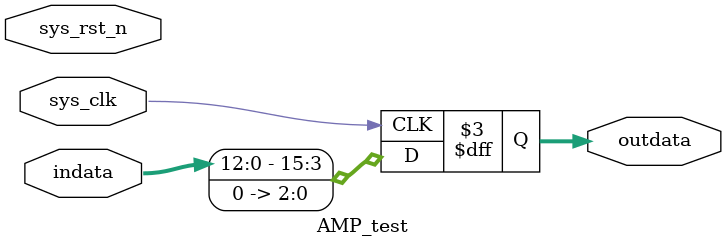
<source format=v>
`timescale 1ns / 1ps


module AMP_test(
    input sys_clk,
    input sys_rst_n,
    input signed [15:0]indata,
    output reg signed [15:0]outdata
    );
    always @(posedge sys_clk) begin
        outdata<=indata<<<3;
    end
endmodule

</source>
